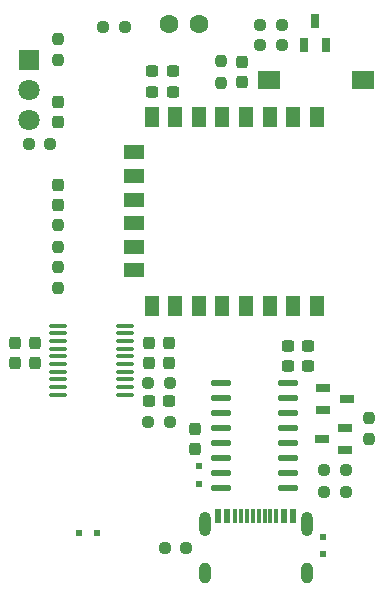
<source format=gbr>
%TF.GenerationSoftware,KiCad,Pcbnew,(6.0.0)*%
%TF.CreationDate,2022-08-07T09:38:38+08:00*%
%TF.ProjectId,ESP_Remote_Bat,4553505f-5265-46d6-9f74-655f4261742e,rev?*%
%TF.SameCoordinates,Original*%
%TF.FileFunction,Paste,Top*%
%TF.FilePolarity,Positive*%
%FSLAX46Y46*%
G04 Gerber Fmt 4.6, Leading zero omitted, Abs format (unit mm)*
G04 Created by KiCad (PCBNEW (6.0.0)) date 2022-08-07 09:38:38*
%MOMM*%
%LPD*%
G01*
G04 APERTURE LIST*
G04 Aperture macros list*
%AMRoundRect*
0 Rectangle with rounded corners*
0 $1 Rounding radius*
0 $2 $3 $4 $5 $6 $7 $8 $9 X,Y pos of 4 corners*
0 Add a 4 corners polygon primitive as box body*
4,1,4,$2,$3,$4,$5,$6,$7,$8,$9,$2,$3,0*
0 Add four circle primitives for the rounded corners*
1,1,$1+$1,$2,$3*
1,1,$1+$1,$4,$5*
1,1,$1+$1,$6,$7*
1,1,$1+$1,$8,$9*
0 Add four rect primitives between the rounded corners*
20,1,$1+$1,$2,$3,$4,$5,0*
20,1,$1+$1,$4,$5,$6,$7,0*
20,1,$1+$1,$6,$7,$8,$9,0*
20,1,$1+$1,$8,$9,$2,$3,0*%
G04 Aperture macros list end*
%ADD10RoundRect,0.237500X0.237500X-0.300000X0.237500X0.300000X-0.237500X0.300000X-0.237500X-0.300000X0*%
%ADD11RoundRect,0.237500X0.237500X-0.250000X0.237500X0.250000X-0.237500X0.250000X-0.237500X-0.250000X0*%
%ADD12RoundRect,0.237500X-0.237500X0.250000X-0.237500X-0.250000X0.237500X-0.250000X0.237500X0.250000X0*%
%ADD13RoundRect,0.237500X-0.237500X0.300000X-0.237500X-0.300000X0.237500X-0.300000X0.237500X0.300000X0*%
%ADD14RoundRect,0.237500X-0.300000X-0.237500X0.300000X-0.237500X0.300000X0.237500X-0.300000X0.237500X0*%
%ADD15O,1.000000X2.100000*%
%ADD16O,1.000000X1.800000*%
%ADD17R,0.600000X1.240000*%
%ADD18R,0.300000X1.240000*%
%ADD19RoundRect,0.237500X-0.250000X-0.237500X0.250000X-0.237500X0.250000X0.237500X-0.250000X0.237500X0*%
%ADD20RoundRect,0.237500X0.250000X0.237500X-0.250000X0.237500X-0.250000X-0.237500X0.250000X-0.237500X0*%
%ADD21R,0.700000X1.250000*%
%ADD22RoundRect,0.100000X0.637500X0.100000X-0.637500X0.100000X-0.637500X-0.100000X0.637500X-0.100000X0*%
%ADD23C,1.600000*%
%ADD24R,1.250000X0.700000*%
%ADD25R,1.800000X1.800000*%
%ADD26C,1.800000*%
%ADD27R,0.600000X0.600000*%
%ADD28R,1.900000X1.500000*%
%ADD29R,1.200000X1.800000*%
%ADD30R,1.800000X1.200000*%
%ADD31O,1.750000X0.560000*%
G04 APERTURE END LIST*
D10*
%TO.C,C5*%
X124600000Y-98762500D03*
X124600000Y-97037500D03*
%TD*%
D11*
%TO.C,R14*%
X116900000Y-92412500D03*
X116900000Y-90587500D03*
%TD*%
D12*
%TO.C,R13*%
X116900000Y-87087500D03*
X116900000Y-88912500D03*
%TD*%
D13*
%TO.C,C13*%
X116900000Y-83637500D03*
X116900000Y-85362500D03*
%TD*%
D14*
%TO.C,C12*%
X136337500Y-99000000D03*
X138062500Y-99000000D03*
%TD*%
%TO.C,C11*%
X136337500Y-97300000D03*
X138062500Y-97300000D03*
%TD*%
D13*
%TO.C,C10*%
X128500000Y-104337500D03*
X128500000Y-106062500D03*
%TD*%
D15*
%TO.C,U1*%
X129280000Y-112352500D03*
X137920000Y-112352500D03*
D16*
X137920000Y-116532500D03*
X129280000Y-116532500D03*
D17*
X130400000Y-111732500D03*
X131200000Y-111732500D03*
D18*
X132350000Y-111732500D03*
X133350000Y-111732500D03*
X133850000Y-111732500D03*
X134850000Y-111732500D03*
D17*
X136800000Y-111732500D03*
X136000000Y-111732500D03*
D18*
X135350000Y-111732500D03*
X134350000Y-111732500D03*
X132850000Y-111732500D03*
X131850000Y-111732500D03*
%TD*%
D19*
%TO.C,R10*%
X133987500Y-71800000D03*
X135812500Y-71800000D03*
%TD*%
D10*
%TO.C,C8*%
X113200000Y-98762500D03*
X113200000Y-97037500D03*
%TD*%
D14*
%TO.C,C4*%
X124537500Y-102000000D03*
X126262500Y-102000000D03*
%TD*%
D19*
%TO.C,R2*%
X139387500Y-109700000D03*
X141212500Y-109700000D03*
%TD*%
D11*
%TO.C,R1*%
X130700000Y-75012500D03*
X130700000Y-73187500D03*
%TD*%
D20*
%TO.C,R12*%
X122512500Y-70300000D03*
X120687500Y-70300000D03*
%TD*%
D19*
%TO.C,R5*%
X139387500Y-107800000D03*
X141212500Y-107800000D03*
%TD*%
D10*
%TO.C,C9*%
X116900000Y-78362500D03*
X116900000Y-76637500D03*
%TD*%
D19*
%TO.C,R6*%
X124487500Y-100400000D03*
X126312500Y-100400000D03*
%TD*%
D21*
%TO.C,Q3*%
X137650000Y-71800000D03*
X139550000Y-71800000D03*
X138600000Y-69800000D03*
%TD*%
D14*
%TO.C,C2*%
X124837500Y-75800000D03*
X126562500Y-75800000D03*
%TD*%
D19*
%TO.C,R11*%
X133987500Y-70100000D03*
X135812500Y-70100000D03*
%TD*%
D20*
%TO.C,R7*%
X126312500Y-103700000D03*
X124487500Y-103700000D03*
%TD*%
D22*
%TO.C,U3*%
X116837500Y-101425000D03*
X116837500Y-100775000D03*
X116837500Y-100125000D03*
X116837500Y-99475000D03*
X116837500Y-98825000D03*
X116837500Y-98175000D03*
X116837500Y-97525000D03*
X116837500Y-96875000D03*
X116837500Y-96225000D03*
X116837500Y-95575000D03*
X122562500Y-95575000D03*
X122562500Y-96225000D03*
X122562500Y-96875000D03*
X122562500Y-97525000D03*
X122562500Y-98175000D03*
X122562500Y-98825000D03*
X122562500Y-99475000D03*
X122562500Y-100125000D03*
X122562500Y-100775000D03*
X122562500Y-101425000D03*
%TD*%
D10*
%TO.C,C7*%
X126300000Y-98762500D03*
X126300000Y-97037500D03*
%TD*%
D23*
%TO.C,IR2*%
X126230000Y-70000000D03*
X128770000Y-70000000D03*
%TD*%
D19*
%TO.C,R8*%
X114387500Y-80200000D03*
X116212500Y-80200000D03*
%TD*%
D10*
%TO.C,C1*%
X132400000Y-74962500D03*
X132400000Y-73237500D03*
%TD*%
D20*
%TO.C,R3*%
X127712500Y-114400000D03*
X125887500Y-114400000D03*
%TD*%
D11*
%TO.C,R9*%
X116900000Y-73112500D03*
X116900000Y-71287500D03*
%TD*%
D24*
%TO.C,Q1*%
X139300000Y-100850000D03*
X139300000Y-102750000D03*
X141300000Y-101800000D03*
%TD*%
D25*
%TO.C,IR1*%
X114394511Y-73060000D03*
D26*
X114394511Y-75600000D03*
X114394511Y-78140000D03*
%TD*%
D10*
%TO.C,C6*%
X114900000Y-98762500D03*
X114900000Y-97037500D03*
%TD*%
D27*
%TO.C,D3*%
X128800000Y-107450000D03*
X128800000Y-108950000D03*
%TD*%
D28*
%TO.C,SW1*%
X142700000Y-74800000D03*
X134700000Y-74800000D03*
%TD*%
D24*
%TO.C,Q2*%
X141200000Y-106150000D03*
X141200000Y-104250000D03*
X139200000Y-105200000D03*
%TD*%
D27*
%TO.C,D2*%
X139300000Y-114950000D03*
X139300000Y-113450000D03*
%TD*%
D29*
%TO.C,L1*%
X138782500Y-77910000D03*
X136782500Y-77910000D03*
X134782500Y-77910000D03*
X132782500Y-77910000D03*
X130782500Y-77910000D03*
X128782500Y-77910000D03*
X126782500Y-77910000D03*
X124782500Y-77910000D03*
D30*
X123282500Y-80910000D03*
X123282500Y-82910000D03*
X123282500Y-84910000D03*
X123282500Y-86910000D03*
X123282500Y-88910000D03*
X123282500Y-90910000D03*
D29*
X124782500Y-93910000D03*
X126782500Y-93910000D03*
X128782500Y-93910000D03*
X130782500Y-93910000D03*
X132782500Y-93910000D03*
X134782500Y-93910000D03*
X136782500Y-93910000D03*
X138782500Y-93910000D03*
%TD*%
D14*
%TO.C,C3*%
X124837500Y-74000000D03*
X126562500Y-74000000D03*
%TD*%
D11*
%TO.C,R4*%
X143200000Y-105212500D03*
X143200000Y-103387500D03*
%TD*%
D27*
%TO.C,D4*%
X120150000Y-113100000D03*
X118650000Y-113100000D03*
%TD*%
D31*
%TO.C,U2*%
X130630000Y-100450000D03*
X130630000Y-101720000D03*
X130630000Y-102990000D03*
X130630000Y-104270000D03*
X130630000Y-105530000D03*
X130630000Y-106800000D03*
X130630000Y-108070000D03*
X130630000Y-109340000D03*
X136370000Y-109340000D03*
X136370000Y-108070000D03*
X136370000Y-106800000D03*
X136370000Y-105530000D03*
X136370000Y-104270000D03*
X136370000Y-102990000D03*
X136370000Y-101720000D03*
X136370000Y-100450000D03*
%TD*%
M02*

</source>
